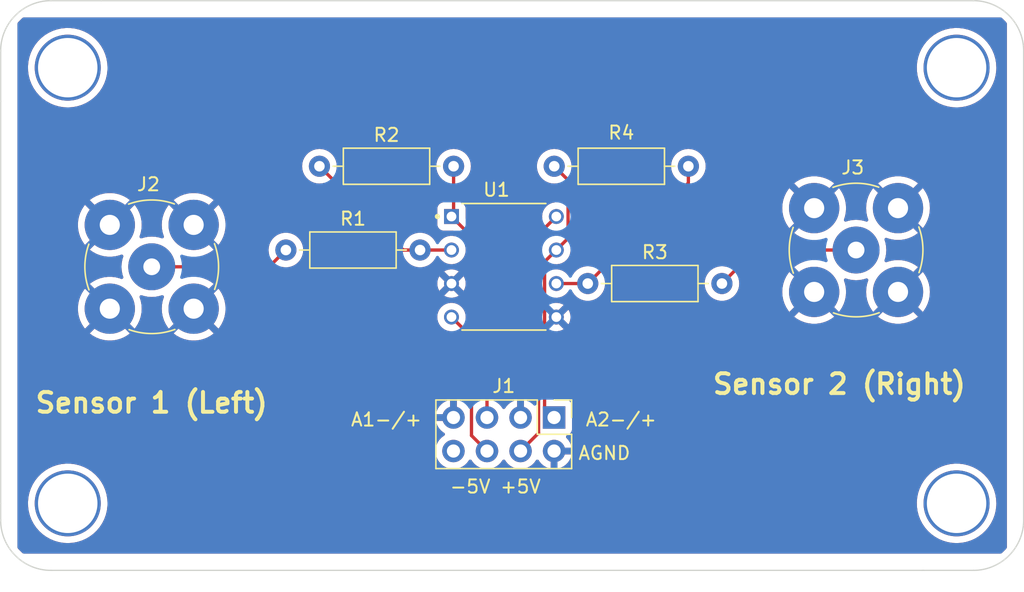
<source format=kicad_pcb>
(kicad_pcb (version 20211014) (generator pcbnew)
  (layers (0 "F.Cu" signal) (31 "B.Cu" signal) (34 "B.Paste" user) (35 "F.Paste" user) (36 "B.SilkS" user "B.Silkscreen") (37 "F.SilkS" user "F.Silkscreen") (38 "B.Mask" user) (39 "F.Mask" user) (44 "Edge.Cuts" user))
  (net 0 "")
  (net 1 "/analogInput1+")
  (net 2 "GND")
  (net 3 "/analogInput2+")
  (net 4 "/clock")
  (net 5 "+5V")
  (net 6 "-5V")
  (net 7 "/sensor1")
  (net 8 "/sensor2")
  (net 9 "Net-(R1-Pad2)")
  (net 10 "Net-(R3-Pad1)")
  (footprint "Connector_PinHeader_2.54mm:PinHeader_2x04_P2.54mm_Vertical" (layer "F.Cu") (at 247.65 142.085 -90)
    (fp_text reference "J1" (at -2.385 3.81) (layer "F.SilkS"))
    (fp_text value "Conn_02x04_Counter_Clockwise")
    (fp_line (start 3.87 -1.33) (end 3.87 8.95) (layer "F.SilkS") (width 0.12))
    (fp_line (start -1.33 0) (end -1.33 -1.33) (layer "F.SilkS") (width 0.12))
    (fp_line (start -1.33 8.95) (end 3.87 8.95) (layer "F.SilkS") (width 0.12))
    (fp_line (start 1.27 1.27) (end 1.27 -1.33) (layer "F.SilkS") (width 0.12))
    (fp_line (start -1.33 1.27) (end 1.27 1.27) (layer "F.SilkS") (width 0.12))
    (fp_line (start -1.33 1.27) (end -1.33 8.95) (layer "F.SilkS") (width 0.12))
    (fp_line (start -1.33 -1.33) (end 0 -1.33) (layer "F.SilkS") (width 0.12))
    (fp_line (start 1.27 -1.33) (end 3.87 -1.33) (layer "F.SilkS") (width 0.12))
    (pad "1" thru_hole rect (at 0 0 270) (size 1.7 1.7) (drill 1) (layers *.Cu *.Mask) (net 3 "/analogInput2+"))
    (pad "2" thru_hole oval (at 0 2.54 270) (size 1.7 1.7) (drill 1) (layers *.Cu *.Mask) (net 2 "GND"))
    (pad "3" thru_hole oval (at 0 5.08 270) (size 1.7 1.7) (drill 1) (layers *.Cu *.Mask) (net 1 "/analogInput1+"))
    (pad "4" thru_hole oval (at 0 7.62 270) (size 1.7 1.7) (drill 1) (layers *.Cu *.Mask) (net 2 "GND"))
    (pad "5" thru_hole oval (at 2.54 7.62 270) (size 1.7 1.7) (drill 1) (layers *.Cu *.Mask) (net 4 "/clock"))
    (pad "6" thru_hole oval (at 2.54 5.08 270) (size 1.7 1.7) (drill 1) (layers *.Cu *.Mask) (net 6 "-5V"))
    (pad "7" thru_hole oval (at 2.54 2.54 270) (size 1.7 1.7) (drill 1) (layers *.Cu *.Mask) (net 5 "+5V"))
    (pad "8" thru_hole oval (at 2.54 0 270) (size 1.7 1.7) (drill 1) (layers *.Cu *.Mask) (net 2 "GND"))
  )
  (footprint "Connector_Coaxial:BNC_TEConnectivity_1478204_Vertical" (layer "F.Cu") (at 217.18 130.66)
    (fp_text reference "J2" (at -0.25 -6.25) (layer "F.SilkS"))
    (fp_text value "Conn_Coaxial")
    (fp_arc (start 1.75 4.75) (mid 0.019867 5.062075) (end -1.712663 4.763589) (layer "F.SilkS") (width 0.12))
    (fp_arc (start -1.75 -4.75) (mid -0.019867 -5.062075) (end 1.712663 -4.763589) (layer "F.SilkS") (width 0.12))
    (fp_arc (start 4.75 -1.75) (mid 5.062075 -0.019867) (end 4.763589 1.712663) (layer "F.SilkS") (width 0.12))
    (fp_arc (start -4.75 1.75) (mid -5.062075 0.019867) (end -4.763589 -1.712663) (layer "F.SilkS") (width 0.12))
    (pad "1" thru_hole circle (at 0 0) (size 3.556 3.556) (drill 1.27) (layers *.Cu *.Mask) (net 7 "/sensor1"))
    (pad "2" thru_hole circle (at -3.175 -3.175) (size 3.81 3.81) (drill 1.524) (layers *.Cu *.Mask) (net 2 "GND"))
    (pad "2" thru_hole circle (at -3.175 3.175) (size 3.81 3.81) (drill 1.524) (layers *.Cu *.Mask) (net 2 "GND"))
    (pad "2" thru_hole circle (at 3.175 3.175) (size 3.81 3.81) (drill 1.524) (layers *.Cu *.Mask) (net 2 "GND"))
    (pad "2" thru_hole circle (at 3.175 -3.175) (size 3.81 3.81) (drill 1.524) (layers *.Cu *.Mask) (net 2 "GND"))
  )
  (footprint "Resistor_THT:R_Axial_DIN0207_L6.3mm_D2.5mm_P10.16mm_Horizontal" (layer "F.Cu") (at 257.82 123.04 180)
    (fp_text reference "R4" (at 5.08 2.54) (layer "F.SilkS"))
    (fp_text value "100k")
    (fp_line (start 8.35 -1.37) (end 1.81 -1.37) (layer "F.SilkS") (width 0.12))
    (fp_line (start 1.04 0) (end 1.81 0) (layer "F.SilkS") (width 0.12))
    (fp_line (start 1.81 1.37) (end 8.35 1.37) (layer "F.SilkS") (width 0.12))
    (fp_line (start 8.35 1.37) (end 8.35 -1.37) (layer "F.SilkS") (width 0.12))
    (fp_line (start 1.81 -1.37) (end 1.81 1.37) (layer "F.SilkS") (width 0.12))
    (fp_line (start 9.12 0) (end 8.35 0) (layer "F.SilkS") (width 0.12))
    (pad "1" thru_hole circle (at 0 0 180) (size 1.6 1.6) (drill 0.8) (layers *.Cu *.Mask) (net 10 "Net-(R3-Pad1)"))
    (pad "2" thru_hole oval (at 10.16 0 180) (size 1.6 1.6) (drill 0.8) (layers *.Cu *.Mask) (net 3 "/analogInput2+"))
  )
  (footprint "Resistor_THT:R_Axial_DIN0207_L6.3mm_D2.5mm_P10.16mm_Horizontal" (layer "F.Cu") (at 227.34 129.39)
    (fp_text reference "R1" (at 5.08 -2.37) (layer "F.SilkS"))
    (fp_text value "1k")
    (fp_line (start 1.04 0) (end 1.81 0) (layer "F.SilkS") (width 0.12))
    (fp_line (start 8.35 -1.37) (end 1.81 -1.37) (layer "F.SilkS") (width 0.12))
    (fp_line (start 8.35 1.37) (end 8.35 -1.37) (layer "F.SilkS") (width 0.12))
    (fp_line (start 1.81 -1.37) (end 1.81 1.37) (layer "F.SilkS") (width 0.12))
    (fp_line (start 9.12 0) (end 8.35 0) (layer "F.SilkS") (width 0.12))
    (fp_line (start 1.81 1.37) (end 8.35 1.37) (layer "F.SilkS") (width 0.12))
    (pad "1" thru_hole circle (at 0 0) (size 1.6 1.6) (drill 0.8) (layers *.Cu *.Mask) (net 7 "/sensor1"))
    (pad "2" thru_hole oval (at 10.16 0) (size 1.6 1.6) (drill 0.8) (layers *.Cu *.Mask) (net 9 "Net-(R1-Pad2)"))
  )
  (footprint "Resistor_THT:R_Axial_DIN0207_L6.3mm_D2.5mm_P10.16mm_Horizontal" (layer "F.Cu") (at 229.88 123.04)
    (fp_text reference "R2" (at 5.08 -2.37) (layer "F.SilkS"))
    (fp_text value "100k")
    (fp_line (start 9.12 0) (end 8.35 0) (layer "F.SilkS") (width 0.12))
    (fp_line (start 1.81 1.37) (end 8.35 1.37) (layer "F.SilkS") (width 0.12))
    (fp_line (start 8.35 1.37) (end 8.35 -1.37) (layer "F.SilkS") (width 0.12))
    (fp_line (start 1.81 -1.37) (end 1.81 1.37) (layer "F.SilkS") (width 0.12))
    (fp_line (start 1.04 0) (end 1.81 0) (layer "F.SilkS") (width 0.12))
    (fp_line (start 8.35 -1.37) (end 1.81 -1.37) (layer "F.SilkS") (width 0.12))
    (pad "1" thru_hole circle (at 0 0) (size 1.6 1.6) (drill 0.8) (layers *.Cu *.Mask) (net 9 "Net-(R1-Pad2)"))
    (pad "2" thru_hole oval (at 10.16 0) (size 1.6 1.6) (drill 0.8) (layers *.Cu *.Mask) (net 1 "/analogInput1+"))
  )
  (footprint "Resistor_THT:R_Axial_DIN0207_L6.3mm_D2.5mm_P10.16mm_Horizontal" (layer "F.Cu") (at 250.2 131.93)
    (fp_text reference "R3" (at 5.08 -2.37) (layer "F.SilkS"))
    (fp_text value "1k")
    (fp_line (start 8.35 1.37) (end 8.35 -1.37) (layer "F.SilkS") (width 0.12))
    (fp_line (start 9.12 0) (end 8.35 0) (layer "F.SilkS") (width 0.12))
    (fp_line (start 8.35 -1.37) (end 1.81 -1.37) (layer "F.SilkS") (width 0.12))
    (fp_line (start 1.04 0) (end 1.81 0) (layer "F.SilkS") (width 0.12))
    (fp_line (start 1.81 1.37) (end 8.35 1.37) (layer "F.SilkS") (width 0.12))
    (fp_line (start 1.81 -1.37) (end 1.81 1.37) (layer "F.SilkS") (width 0.12))
    (pad "1" thru_hole circle (at 0 0) (size 1.6 1.6) (drill 0.8) (layers *.Cu *.Mask) (net 10 "Net-(R3-Pad1)"))
    (pad "2" thru_hole oval (at 10.16 0) (size 1.6 1.6) (drill 0.8) (layers *.Cu *.Mask) (net 8 "/sensor2"))
  )
  (footprint "LM358N:DIP794W45P254L959H508Q8" (layer "F.Cu") (at 243.85 130.66)
    (fp_text reference "U1" (at -0.565 -5.835) (layer "F.SilkS"))
    (fp_text value "LM358N/NOPB")
    (fp_line (start -3.175 -4.795) (end 3.175 -4.795) (layer "F.SilkS") (width 0.127))
    (fp_line (start -3.175 4.795) (end 3.175 4.795) (layer "F.SilkS") (width 0.127))
    (fp_circle (center -5.035 -3.81) (end -4.935 -3.81) (layer "F.SilkS") (width 0.2) (fill none))
    (pad "1" thru_hole rect locked (at -3.97 -3.81) (size 1.13 1.13) (drill 0.74) (layers *.Cu *.Mask) (net 1 "/analogInput1+"))
    (pad "2" thru_hole circle locked (at -3.97 -1.27) (size 1.13 1.13) (drill 0.74) (layers *.Cu *.Mask) (net 9 "Net-(R1-Pad2)"))
    (pad "3" thru_hole circle locked (at -3.97 1.27) (size 1.13 1.13) (drill 0.74) (layers *.Cu *.Mask) (net 2 "GND"))
    (pad "4" thru_hole circle locked (at -3.97 3.81) (size 1.13 1.13) (drill 0.74) (layers *.Cu *.Mask) (net 6 "-5V"))
    (pad "5" thru_hole circle locked (at 3.97 3.81) (size 1.13 1.13) (drill 0.74) (layers *.Cu *.Mask) (net 2 "GND"))
    (pad "6" thru_hole circle locked (at 3.97 1.27) (size 1.13 1.13) (drill 0.74) (layers *.Cu *.Mask) (net 10 "Net-(R3-Pad1)"))
    (pad "7" thru_hole circle locked (at 3.97 -1.27) (size 1.13 1.13) (drill 0.74) (layers *.Cu *.Mask) (net 3 "/analogInput2+"))
    (pad "8" thru_hole circle locked (at 3.97 -3.81) (size 1.13 1.13) (drill 0.74) (layers *.Cu *.Mask) (net 5 "+5V"))
  )
  (footprint "Connector_Coaxial:BNC_TEConnectivity_1478204_Vertical" (layer "F.Cu") (at 270.52 129.39)
    (fp_text reference "J3" (at -0.25 -6.25) (layer "F.SilkS"))
    (fp_text value "Conn_Coaxial")
    (fp_arc (start -1.75 -4.75) (mid -0.019867 -5.062075) (end 1.712663 -4.763589) (layer "F.SilkS") (width 0.12))
    (fp_arc (start 4.75 -1.75) (mid 5.062075 -0.019867) (end 4.763589 1.712663) (layer "F.SilkS") (width 0.12))
    (fp_arc (start 1.75 4.75) (mid 0.019867 5.062075) (end -1.712663 4.763589) (layer "F.SilkS") (width 0.12))
    (fp_arc (start -4.75 1.75) (mid -5.062075 0.019867) (end -4.763589 -1.712663) (layer "F.SilkS") (width 0.12))
    (pad "1" thru_hole circle (at 0 0) (size 3.556 3.556) (drill 1.27) (layers *.Cu *.Mask) (net 8 "/sensor2"))
    (pad "2" thru_hole circle (at 3.175 -3.175) (size 3.81 3.81) (drill 1.524) (layers *.Cu *.Mask) (net 2 "GND"))
    (pad "2" thru_hole circle (at -3.175 3.175) (size 3.81 3.81) (drill 1.524) (layers *.Cu *.Mask) (net 2 "GND"))
    (pad "2" thru_hole circle (at -3.175 -3.175) (size 3.81 3.81) (drill 1.524) (layers *.Cu *.Mask) (net 2 "GND"))
    (pad "2" thru_hole circle (at 3.175 3.175) (size 3.81 3.81) (drill 1.524) (layers *.Cu *.Mask) (net 2 "GND"))
  )
  (gr_line (start 283.21 114.3) (end 283.21 118.11) (layer "Edge.Cuts") (width 0.1))
  (gr_arc (start 209.55 153.67) (mid 206.855923 152.554077) (end 205.74 149.86) (layer "Edge.Cuts") (width 0.1))
  (gr_line (start 279.4 110.49) (end 213.36 110.49) (layer "Edge.Cuts") (width 0.1))
  (gr_line (start 209.55 153.67) (end 275.59 153.67) (layer "Edge.Cuts") (width 0.1))
  (gr_line (start 283.21 149.86) (end 283.21 118.11) (layer "Edge.Cuts") (width 0.1))
  (gr_arc (start 279.4 110.49) (mid 282.094077 111.605923) (end 283.21 114.3) (layer "Edge.Cuts") (width 0.1))
  (gr_arc (start 205.74 114.3) (mid 206.855923 111.605923) (end 209.55 110.49) (layer "Edge.Cuts") (width 0.1))
  (gr_line (start 205.74 114.3) (end 205.74 118.11) (layer "Edge.Cuts") (width 0.1))
  (gr_line (start 205.74 118.11) (end 205.74 148.59) (layer "Edge.Cuts") (width 0.1))
  (gr_arc (start 283.21 149.86) (mid 282.094077 152.554077) (end 279.4 153.67) (layer "Edge.Cuts") (width 0.1))
  (gr_line (start 205.74 148.59) (end 205.74 149.86) (layer "Edge.Cuts") (width 0.1))
  (gr_line (start 275.59 153.67) (end 279.4 153.67) (layer "Edge.Cuts") (width 0.1))
  (gr_line (start 213.36 110.49) (end 209.55 110.49) (layer "Edge.Cuts") (width 0.1))
  (gr_text "+5V" (at 245.11 147.32) (layer "F.SilkS") (effects (font (size 1 1))))
  (gr_text "A2-/+" (at 252.73 142.24) (layer "F.SilkS") (effects (font (size 1 1))))
  (gr_text "-5V" (at 241.3 147.32) (layer "F.SilkS") (effects (font (size 1 1))))
  (gr_text "A1-/+" (at 234.95 142.24) (layer "F.SilkS") (effects (font (size 1 1))))
  (gr_text "AGND" (at 251.46 144.78) (layer "F.SilkS") (effects (font (size 1 1))))
  (gr_text "Sensor 2 (Right)" (at 269.25 139.55) (layer "F.SilkS") (effects (font (size 1.5 1.5) (thickness 0.3))))
  (gr_text "Sensor 1 (Left)" (at 217.17 140.97) (layer "F.SilkS") (effects (font (size 1.5 1.5) (thickness 0.3))))
  (via (at 278.13 115.57) (size 5) (drill 4.5) (layers "F.Cu" "B.Cu") (net 0))
  (via (at 278.13 148.59) (size 5) (drill 4.5) (layers "F.Cu" "B.Cu") (net 0))
  (via (at 210.82 115.57) (size 5) (drill 4.5) (layers "F.Cu" "B.Cu") (net 0))
  (via (at 210.82 148.59) (size 5) (drill 4.5) (layers "F.Cu" "B.Cu") (net 0))
  (segment (start 240.04 123.04) (end 240.04 126.69) (width 0.25) (layer "F.Cu") (net 1))
  (segment (start 242.57 142.085) (end 242.57 129.54) (width 0.25) (layer "F.Cu") (net 1))
  (segment (start 242.57 129.54) (end 239.88 126.85) (width 0.25) (layer "F.Cu") (net 1))
  (segment (start 240.04 126.69) (end 239.88 126.85) (width 0.25) (layer "F.Cu") (net 1))
  (segment (start 247.82 129.39) (end 246.930489 130.279511) (width 0.25) (layer "F.Cu") (net 3))
  (segment (start 248.709511 124.089511) (end 248.709511 128.500489) (width 0.25) (layer "F.Cu") (net 3))
  (segment (start 246.930489 130.279511) (end 246.930489 141.365489) (width 0.25) (layer "F.Cu") (net 3))
  (segment (start 247.66 123.04) (end 248.709511 124.089511) (width 0.25) (layer "F.Cu") (net 3))
  (segment (start 246.930489 141.365489) (end 247.65 142.085) (width 0.25) (layer "F.Cu") (net 3))
  (segment (start 248.709511 128.500489) (end 247.82 129.39) (width 0.25) (layer "F.Cu") (net 3))
  (segment (start 246.475489 128.194511) (end 247.82 126.85) (width 0.25) (layer "F.Cu") (net 5))
  (segment (start 246.475489 143.259511) (end 246.475489 128.194511) (width 0.25) (layer "F.Cu") (net 5))
  (segment (start 245.11 144.625) (end 246.475489 143.259511) (width 0.25) (layer "F.Cu") (net 5))
  (segment (start 241.395489 135.985489) (end 241.395489 143.450489) (width 0.25) (layer "F.Cu") (net 6))
  (segment (start 241.395489 143.450489) (end 242.57 144.625) (width 0.25) (layer "F.Cu") (net 6))
  (segment (start 239.88 134.47) (end 241.395489 135.985489) (width 0.25) (layer "F.Cu") (net 6))
  (segment (start 226.07 130.66) (end 227.34 129.39) (width 0.25) (layer "F.Cu") (net 7))
  (segment (start 217.18 130.66) (end 226.07 130.66) (width 0.25) (layer "F.Cu") (net 7))
  (segment (start 260.36 131.93) (end 262.9 129.39) (width 0.25) (layer "F.Cu") (net 8))
  (segment (start 262.9 129.39) (end 270.52 129.39) (width 0.25) (layer "F.Cu") (net 8))
  (segment (start 237.5 129.39) (end 236.23 129.39) (width 0.25) (layer "F.Cu") (net 9))
  (segment (start 237.5 129.39) (end 239.88 129.39) (width 0.25) (layer "F.Cu") (net 9))
  (segment (start 236.23 129.39) (end 229.88 123.04) (width 0.25) (layer "F.Cu") (net 9))
  (segment (start 250.2 131.93) (end 247.82 131.93) (width 0.25) (layer "F.Cu") (net 10))
  (segment (start 257.82 124.31) (end 250.2 131.93) (width 0.25) (layer "F.Cu") (net 10))
  (segment (start 257.82 123.04) (end 257.82 124.31) (width 0.25) (layer "F.Cu") (net 10))
  (zone (net 2) (net_name "GND") (layer "F.Cu") (connect_pads (clearance 0.508)) (min_thickness 0.254) (fill yes (thermal_gap 0.508) (thermal_bridge_width 0.508))
    (polygon (pts (xy 281.94 152.4) (xy 207.01 152.4) (xy 207.01 111.76) (xy 281.94 111.76)))
  )
  (zone (net 2) (net_name "GND") (layer "B.Cu") (connect_pads (clearance 0.508)) (min_thickness 0.254) (fill yes (thermal_gap 0.508) (thermal_bridge_width 0.508))
    (polygon (pts (xy 281.94 152.4) (xy 207.01 152.4) (xy 207.01 111.76) (xy 281.94 111.76)))
  )
)
</source>
